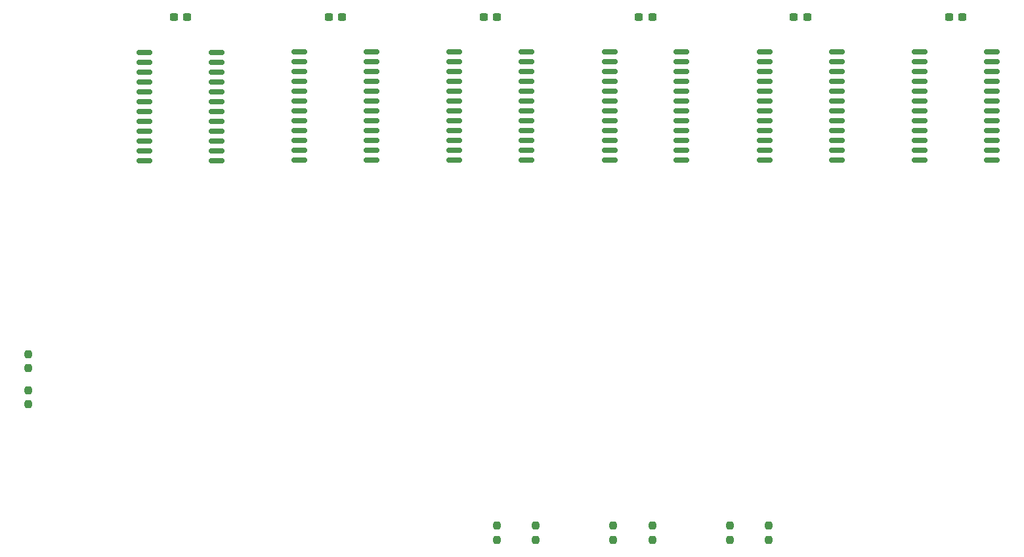
<source format=gbr>
%TF.GenerationSoftware,KiCad,Pcbnew,8.0.6*%
%TF.CreationDate,2024-12-01T20:32:07+01:00*%
%TF.ProjectId,puzzle1,70757a7a-6c65-4312-9e6b-696361645f70,rev?*%
%TF.SameCoordinates,Original*%
%TF.FileFunction,Paste,Top*%
%TF.FilePolarity,Positive*%
%FSLAX46Y46*%
G04 Gerber Fmt 4.6, Leading zero omitted, Abs format (unit mm)*
G04 Created by KiCad (PCBNEW 8.0.6) date 2024-12-01 20:32:07*
%MOMM*%
%LPD*%
G01*
G04 APERTURE LIST*
G04 Aperture macros list*
%AMRoundRect*
0 Rectangle with rounded corners*
0 $1 Rounding radius*
0 $2 $3 $4 $5 $6 $7 $8 $9 X,Y pos of 4 corners*
0 Add a 4 corners polygon primitive as box body*
4,1,4,$2,$3,$4,$5,$6,$7,$8,$9,$2,$3,0*
0 Add four circle primitives for the rounded corners*
1,1,$1+$1,$2,$3*
1,1,$1+$1,$4,$5*
1,1,$1+$1,$6,$7*
1,1,$1+$1,$8,$9*
0 Add four rect primitives between the rounded corners*
20,1,$1+$1,$2,$3,$4,$5,0*
20,1,$1+$1,$4,$5,$6,$7,0*
20,1,$1+$1,$6,$7,$8,$9,0*
20,1,$1+$1,$8,$9,$2,$3,0*%
G04 Aperture macros list end*
%ADD10RoundRect,0.237500X0.237500X-0.250000X0.237500X0.250000X-0.237500X0.250000X-0.237500X-0.250000X0*%
%ADD11RoundRect,0.150000X-0.875000X-0.150000X0.875000X-0.150000X0.875000X0.150000X-0.875000X0.150000X0*%
%ADD12RoundRect,0.237500X-0.237500X0.250000X-0.237500X-0.250000X0.237500X-0.250000X0.237500X0.250000X0*%
%ADD13RoundRect,0.237500X0.300000X0.237500X-0.300000X0.237500X-0.300000X-0.237500X0.300000X-0.237500X0*%
G04 APERTURE END LIST*
D10*
%TO.C,R1*%
X29500000Y-106500000D03*
X29500000Y-104675000D03*
%TD*%
D11*
%TO.C,U4*%
X104500000Y-61000000D03*
X104500000Y-62270000D03*
X104500000Y-63540000D03*
X104500000Y-64810000D03*
X104500000Y-66080000D03*
X104500000Y-67350000D03*
X104500000Y-68620000D03*
X104500000Y-69890000D03*
X104500000Y-71160000D03*
X104500000Y-72430000D03*
X104500000Y-73700000D03*
X104500000Y-74970000D03*
X113800000Y-74970000D03*
X113800000Y-73700000D03*
X113800000Y-72430000D03*
X113800000Y-71160000D03*
X113800000Y-69890000D03*
X113800000Y-68620000D03*
X113800000Y-67350000D03*
X113800000Y-66080000D03*
X113800000Y-64810000D03*
X113800000Y-63540000D03*
X113800000Y-62270000D03*
X113800000Y-61000000D03*
%TD*%
D12*
%TO.C,R2*%
X29500000Y-100000000D03*
X29500000Y-101825000D03*
%TD*%
D13*
%TO.C,C2*%
X70000000Y-56500000D03*
X68275000Y-56500000D03*
%TD*%
D12*
%TO.C,R7*%
X120000000Y-122175000D03*
X120000000Y-124000000D03*
%TD*%
D11*
%TO.C,U1*%
X44500000Y-61070000D03*
X44500000Y-62340000D03*
X44500000Y-63610000D03*
X44500000Y-64880000D03*
X44500000Y-66150000D03*
X44500000Y-67420000D03*
X44500000Y-68690000D03*
X44500000Y-69960000D03*
X44500000Y-71230000D03*
X44500000Y-72500000D03*
X44500000Y-73770000D03*
X44500000Y-75040000D03*
X53800000Y-75040000D03*
X53800000Y-73770000D03*
X53800000Y-72500000D03*
X53800000Y-71230000D03*
X53800000Y-69960000D03*
X53800000Y-68690000D03*
X53800000Y-67420000D03*
X53800000Y-66150000D03*
X53800000Y-64880000D03*
X53800000Y-63610000D03*
X53800000Y-62340000D03*
X53800000Y-61070000D03*
%TD*%
%TO.C,U5*%
X124500000Y-61000000D03*
X124500000Y-62270000D03*
X124500000Y-63540000D03*
X124500000Y-64810000D03*
X124500000Y-66080000D03*
X124500000Y-67350000D03*
X124500000Y-68620000D03*
X124500000Y-69890000D03*
X124500000Y-71160000D03*
X124500000Y-72430000D03*
X124500000Y-73700000D03*
X124500000Y-74970000D03*
X133800000Y-74970000D03*
X133800000Y-73700000D03*
X133800000Y-72430000D03*
X133800000Y-71160000D03*
X133800000Y-69890000D03*
X133800000Y-68620000D03*
X133800000Y-67350000D03*
X133800000Y-66080000D03*
X133800000Y-64810000D03*
X133800000Y-63540000D03*
X133800000Y-62270000D03*
X133800000Y-61000000D03*
%TD*%
%TO.C,U2*%
X64500000Y-61000000D03*
X64500000Y-62270000D03*
X64500000Y-63540000D03*
X64500000Y-64810000D03*
X64500000Y-66080000D03*
X64500000Y-67350000D03*
X64500000Y-68620000D03*
X64500000Y-69890000D03*
X64500000Y-71160000D03*
X64500000Y-72430000D03*
X64500000Y-73700000D03*
X64500000Y-74970000D03*
X73800000Y-74970000D03*
X73800000Y-73700000D03*
X73800000Y-72430000D03*
X73800000Y-71160000D03*
X73800000Y-69890000D03*
X73800000Y-68620000D03*
X73800000Y-67350000D03*
X73800000Y-66080000D03*
X73800000Y-64810000D03*
X73800000Y-63540000D03*
X73800000Y-62270000D03*
X73800000Y-61000000D03*
%TD*%
D13*
%TO.C,C1*%
X50000000Y-56500000D03*
X48275000Y-56500000D03*
%TD*%
D10*
%TO.C,R6*%
X110000000Y-124000000D03*
X110000000Y-122175000D03*
%TD*%
D13*
%TO.C,C6*%
X150000000Y-56500000D03*
X148275000Y-56500000D03*
%TD*%
%TO.C,C4*%
X110000000Y-56500000D03*
X108275000Y-56500000D03*
%TD*%
%TO.C,C5*%
X130000000Y-56500000D03*
X128275000Y-56500000D03*
%TD*%
D12*
%TO.C,R5*%
X105000000Y-122175000D03*
X105000000Y-124000000D03*
%TD*%
D10*
%TO.C,R4*%
X95000000Y-124000000D03*
X95000000Y-122175000D03*
%TD*%
D12*
%TO.C,R3*%
X90000000Y-122175000D03*
X90000000Y-124000000D03*
%TD*%
D10*
%TO.C,R8*%
X125000000Y-124000000D03*
X125000000Y-122175000D03*
%TD*%
D13*
%TO.C,C3*%
X90000000Y-56500000D03*
X88275000Y-56500000D03*
%TD*%
D11*
%TO.C,U3*%
X84500000Y-61000000D03*
X84500000Y-62270000D03*
X84500000Y-63540000D03*
X84500000Y-64810000D03*
X84500000Y-66080000D03*
X84500000Y-67350000D03*
X84500000Y-68620000D03*
X84500000Y-69890000D03*
X84500000Y-71160000D03*
X84500000Y-72430000D03*
X84500000Y-73700000D03*
X84500000Y-74970000D03*
X93800000Y-74970000D03*
X93800000Y-73700000D03*
X93800000Y-72430000D03*
X93800000Y-71160000D03*
X93800000Y-69890000D03*
X93800000Y-68620000D03*
X93800000Y-67350000D03*
X93800000Y-66080000D03*
X93800000Y-64810000D03*
X93800000Y-63540000D03*
X93800000Y-62270000D03*
X93800000Y-61000000D03*
%TD*%
%TO.C,U6*%
X144500000Y-61000000D03*
X144500000Y-62270000D03*
X144500000Y-63540000D03*
X144500000Y-64810000D03*
X144500000Y-66080000D03*
X144500000Y-67350000D03*
X144500000Y-68620000D03*
X144500000Y-69890000D03*
X144500000Y-71160000D03*
X144500000Y-72430000D03*
X144500000Y-73700000D03*
X144500000Y-74970000D03*
X153800000Y-74970000D03*
X153800000Y-73700000D03*
X153800000Y-72430000D03*
X153800000Y-71160000D03*
X153800000Y-69890000D03*
X153800000Y-68620000D03*
X153800000Y-67350000D03*
X153800000Y-66080000D03*
X153800000Y-64810000D03*
X153800000Y-63540000D03*
X153800000Y-62270000D03*
X153800000Y-61000000D03*
%TD*%
M02*

</source>
